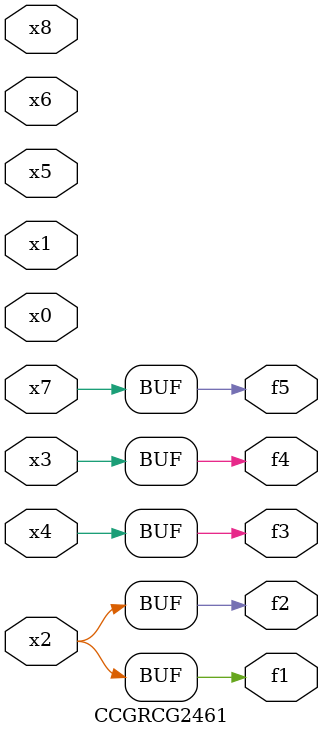
<source format=v>
module CCGRCG2461(
	input x0, x1, x2, x3, x4, x5, x6, x7, x8,
	output f1, f2, f3, f4, f5
);
	assign f1 = x2;
	assign f2 = x2;
	assign f3 = x4;
	assign f4 = x3;
	assign f5 = x7;
endmodule

</source>
